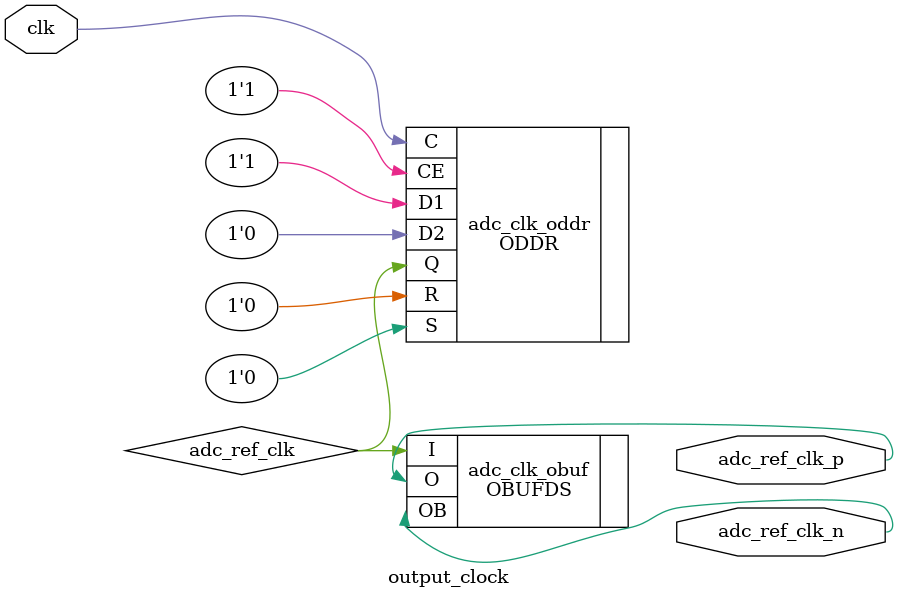
<source format=v>
`default_nettype none

/*
*   Like it is not advisable to ouptut directly a clock (bcs you want to keep the 
*   clock in global clock net, if you just output it can generate some routing problems)
*
*/

module output_clock (
    input wire clk,
    output wire adc_ref_clk_p, adc_ref_clk_n
);

wire adc_ref_clk;

ODDR #(
	.DDR_CLK_EDGE("OPPOSITE_EDGE"),
	.INIT (1'b0),
	.SRTYPE("SYNC")
) adc_clk_oddr (
    .Q(adc_ref_clk),
	.C(clk),
	.CE(1'b1),
	.D1(1'b1),
	.D2(1'b0),
	.R(1'b0),
	.S(1'b0)
);


OBUFDS adc_clk_obuf (
	.I(adc_ref_clk),
	.O(adc_ref_clk_p),
	.OB(adc_ref_clk_n)
);


endmodule

</source>
